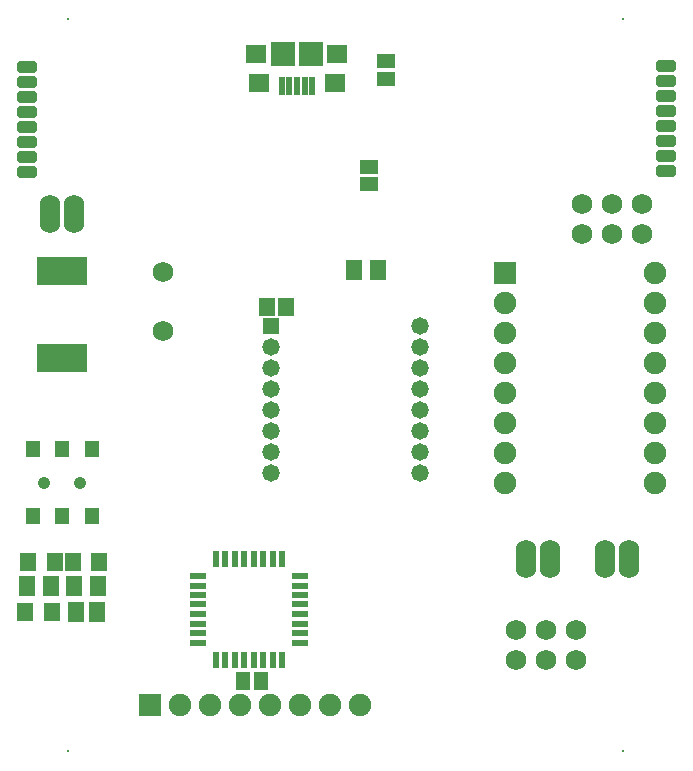
<source format=gbs>
G04 Layer_Color=8150272*
%FSLAX23Y23*%
%MOIN*%
G70*
G01*
G75*
%ADD65R,0.053X0.059*%
%ADD74R,0.047X0.059*%
%ADD78R,0.059X0.047*%
%ADD81C,0.068*%
%ADD82O,0.068X0.128*%
%ADD83C,0.042*%
%ADD84R,0.058X0.058*%
%ADD85C,0.058*%
%ADD86C,0.075*%
%ADD87R,0.075X0.075*%
%ADD88C,0.008*%
%ADD89R,0.057X0.069*%
%ADD90R,0.071X0.063*%
%ADD91R,0.065X0.059*%
%ADD92R,0.083X0.083*%
%ADD93R,0.024X0.061*%
%ADD94R,0.168X0.098*%
%ADD95R,0.057X0.063*%
%ADD96R,0.048X0.054*%
%ADD97R,0.058X0.024*%
%ADD98R,0.024X0.058*%
G04:AMPARAMS|DCode=99|XSize=68mil|YSize=39mil|CornerRadius=12mil|HoleSize=0mil|Usage=FLASHONLY|Rotation=0.000|XOffset=0mil|YOffset=0mil|HoleType=Round|Shape=RoundedRectangle|*
%AMROUNDEDRECTD99*
21,1,0.068,0.016,0,0,0.0*
21,1,0.044,0.039,0,0,0.0*
1,1,0.024,0.022,-0.008*
1,1,0.024,-0.022,-0.008*
1,1,0.024,-0.022,0.008*
1,1,0.024,0.022,0.008*
%
%ADD99ROUNDEDRECTD99*%
%ADD100R,0.055X0.065*%
D65*
X11875Y12677D02*
D03*
X11964D02*
D03*
X12111D02*
D03*
X12023D02*
D03*
X11953Y12513D02*
D03*
X11864D02*
D03*
D74*
X12591Y12281D02*
D03*
X12651D02*
D03*
D78*
X13011Y13996D02*
D03*
Y13937D02*
D03*
X13067Y14287D02*
D03*
X13067Y14347D02*
D03*
D81*
X12323Y13646D02*
D03*
Y13449D02*
D03*
X13721Y13871D02*
D03*
X13821D02*
D03*
X13921D02*
D03*
Y13771D02*
D03*
X13821D02*
D03*
X13721D02*
D03*
X13501Y12451D02*
D03*
X13601D02*
D03*
X13701D02*
D03*
Y12351D02*
D03*
X13601D02*
D03*
X13501D02*
D03*
D82*
X11948Y13839D02*
D03*
X12028D02*
D03*
X13535Y12689D02*
D03*
X13614D02*
D03*
X13799D02*
D03*
X13878D02*
D03*
D83*
X11929Y12943D02*
D03*
X12048D02*
D03*
D84*
X12685Y13465D02*
D03*
D85*
Y13395D02*
D03*
Y13325D02*
D03*
Y13255D02*
D03*
Y13185D02*
D03*
Y13115D02*
D03*
Y13045D02*
D03*
Y12975D02*
D03*
X13181Y13465D02*
D03*
Y13395D02*
D03*
Y13325D02*
D03*
Y13255D02*
D03*
Y13185D02*
D03*
Y13115D02*
D03*
Y13045D02*
D03*
Y12975D02*
D03*
D86*
X13964Y12942D02*
D03*
Y13042D02*
D03*
Y13142D02*
D03*
Y13242D02*
D03*
Y13342D02*
D03*
Y13442D02*
D03*
Y13542D02*
D03*
Y13642D02*
D03*
X13464Y12942D02*
D03*
Y13042D02*
D03*
Y13142D02*
D03*
Y13242D02*
D03*
Y13342D02*
D03*
Y13442D02*
D03*
Y13542D02*
D03*
X12981Y12201D02*
D03*
X12781D02*
D03*
X12881D02*
D03*
X12381D02*
D03*
X12481D02*
D03*
X12681D02*
D03*
X12581D02*
D03*
D87*
X13464Y13642D02*
D03*
X12281Y12201D02*
D03*
D88*
X12008Y12047D02*
D03*
X13858D02*
D03*
Y14488D02*
D03*
X12008D02*
D03*
D89*
X12961Y13651D02*
D03*
X13041D02*
D03*
X12107Y12598D02*
D03*
X12027D02*
D03*
X11951D02*
D03*
X11870D02*
D03*
D90*
X12897Y14275D02*
D03*
X12645D02*
D03*
D91*
X12906Y14371D02*
D03*
X12636D02*
D03*
D92*
X12818D02*
D03*
X12724D02*
D03*
D93*
X12822Y14266D02*
D03*
X12797D02*
D03*
X12771D02*
D03*
X12745D02*
D03*
X12720D02*
D03*
D94*
X11988Y13359D02*
D03*
Y13649D02*
D03*
D95*
X12670Y13529D02*
D03*
X12735D02*
D03*
D96*
X11890Y13054D02*
D03*
X11988D02*
D03*
X12087D02*
D03*
X11890Y12831D02*
D03*
X11988D02*
D03*
X12087D02*
D03*
D97*
X12442Y12600D02*
D03*
X12442Y12568D02*
D03*
Y12631D02*
D03*
Y12537D02*
D03*
Y12505D02*
D03*
Y12473D02*
D03*
Y12442D02*
D03*
X12442Y12410D02*
D03*
X12780D02*
D03*
Y12442D02*
D03*
X12780Y12473D02*
D03*
X12780Y12505D02*
D03*
Y12537D02*
D03*
Y12568D02*
D03*
Y12600D02*
D03*
Y12631D02*
D03*
D98*
X12500Y12352D02*
D03*
X12532Y12352D02*
D03*
X12563D02*
D03*
X12595Y12352D02*
D03*
X12627D02*
D03*
X12658D02*
D03*
X12690D02*
D03*
X12721Y12352D02*
D03*
X12721Y12690D02*
D03*
X12690D02*
D03*
X12658D02*
D03*
X12627D02*
D03*
X12595D02*
D03*
X12563Y12690D02*
D03*
X12532Y12690D02*
D03*
X12500D02*
D03*
D99*
X11871Y13980D02*
D03*
Y14030D02*
D03*
Y14080D02*
D03*
Y14130D02*
D03*
Y14180D02*
D03*
Y14230D02*
D03*
Y14280D02*
D03*
Y14330D02*
D03*
X14001Y14332D02*
D03*
Y14282D02*
D03*
Y14232D02*
D03*
Y14182D02*
D03*
Y14132D02*
D03*
Y14082D02*
D03*
Y14032D02*
D03*
Y13982D02*
D03*
D100*
X12036Y12512D02*
D03*
X12103D02*
D03*
M02*

</source>
